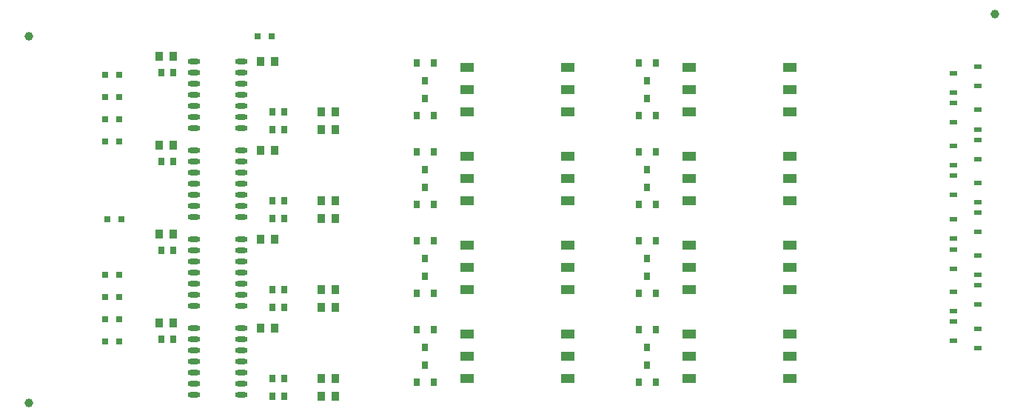
<source format=gtp>
G04*
G04 #@! TF.GenerationSoftware,Altium Limited,Altium Designer,20.2.6 (244)*
G04*
G04 Layer_Color=8421504*
%FSLAX25Y25*%
%MOIN*%
G70*
G04*
G04 #@! TF.SameCoordinates,92151F8D-A914-4CFD-8B26-E94C02A97E6A*
G04*
G04*
G04 #@! TF.FilePolarity,Positive*
G04*
G01*
G75*
%ADD16R,0.06299X0.03937*%
%ADD17R,0.03150X0.03543*%
%ADD18R,0.03268X0.02461*%
%ADD19R,0.03150X0.03150*%
%ADD20C,0.03937*%
%ADD21O,0.05709X0.02362*%
%ADD22R,0.03150X0.03740*%
%ADD23R,0.03543X0.03937*%
D16*
X350276Y156000D02*
D03*
Y146000D02*
D03*
Y136000D02*
D03*
X305000D02*
D03*
Y146000D02*
D03*
Y156000D02*
D03*
Y196000D02*
D03*
Y186000D02*
D03*
Y176000D02*
D03*
X350276D02*
D03*
Y186000D02*
D03*
Y196000D02*
D03*
Y236000D02*
D03*
Y226000D02*
D03*
Y216000D02*
D03*
X305000D02*
D03*
Y226000D02*
D03*
Y236000D02*
D03*
Y276000D02*
D03*
Y266000D02*
D03*
Y256000D02*
D03*
X350276D02*
D03*
Y266000D02*
D03*
Y276000D02*
D03*
X450276Y156000D02*
D03*
Y146000D02*
D03*
Y136000D02*
D03*
X405000D02*
D03*
Y146000D02*
D03*
Y156000D02*
D03*
X404862Y196000D02*
D03*
Y186000D02*
D03*
Y176000D02*
D03*
X450138D02*
D03*
Y186000D02*
D03*
Y196000D02*
D03*
X450276Y236000D02*
D03*
Y226000D02*
D03*
Y216000D02*
D03*
X405000D02*
D03*
Y226000D02*
D03*
Y236000D02*
D03*
Y276000D02*
D03*
Y266000D02*
D03*
Y256000D02*
D03*
X450276D02*
D03*
Y266000D02*
D03*
Y276000D02*
D03*
D17*
X289740Y157874D02*
D03*
X282260D02*
D03*
X286000Y150000D02*
D03*
Y190000D02*
D03*
X282260Y197874D02*
D03*
X289740D02*
D03*
Y237874D02*
D03*
X282260D02*
D03*
X286000Y230000D02*
D03*
Y270000D02*
D03*
X282260Y277874D02*
D03*
X289740D02*
D03*
X282260Y134126D02*
D03*
X289740D02*
D03*
X286000Y142000D02*
D03*
Y182000D02*
D03*
X289740Y174126D02*
D03*
X282260D02*
D03*
Y214126D02*
D03*
X289740D02*
D03*
X286000Y222000D02*
D03*
Y262000D02*
D03*
X289740Y254126D02*
D03*
X282260D02*
D03*
X389740Y157874D02*
D03*
X382260D02*
D03*
X386000Y150000D02*
D03*
Y190000D02*
D03*
X382260Y197874D02*
D03*
X389740D02*
D03*
Y237874D02*
D03*
X382260D02*
D03*
X386000Y230000D02*
D03*
Y270000D02*
D03*
X382260Y277874D02*
D03*
X389740D02*
D03*
X382260Y134126D02*
D03*
X389740D02*
D03*
X386000Y142000D02*
D03*
Y182000D02*
D03*
X389740Y174126D02*
D03*
X382260D02*
D03*
Y214126D02*
D03*
X389740D02*
D03*
X386000Y222000D02*
D03*
Y262000D02*
D03*
X389740Y254126D02*
D03*
X382260D02*
D03*
D18*
X535000Y149620D02*
D03*
Y158380D02*
D03*
X523800Y161500D02*
D03*
Y152740D02*
D03*
Y166240D02*
D03*
Y175000D02*
D03*
X535000Y177880D02*
D03*
Y169120D02*
D03*
Y182620D02*
D03*
Y191380D02*
D03*
X523800Y194000D02*
D03*
Y185240D02*
D03*
Y198740D02*
D03*
Y207500D02*
D03*
X535000Y210500D02*
D03*
Y201740D02*
D03*
Y234600D02*
D03*
Y243360D02*
D03*
X523800Y240500D02*
D03*
Y231740D02*
D03*
X535000Y224000D02*
D03*
Y215240D02*
D03*
X523800Y227160D02*
D03*
Y218400D02*
D03*
X535000Y256800D02*
D03*
Y248040D02*
D03*
X534900Y267500D02*
D03*
Y276260D02*
D03*
X523800Y251100D02*
D03*
Y259860D02*
D03*
Y264540D02*
D03*
Y273300D02*
D03*
D19*
X142850Y207500D02*
D03*
X149150D02*
D03*
X141850Y152500D02*
D03*
X148150D02*
D03*
Y162500D02*
D03*
X141850D02*
D03*
Y182500D02*
D03*
X148150D02*
D03*
Y172500D02*
D03*
X141850D02*
D03*
Y242500D02*
D03*
X148150D02*
D03*
Y252500D02*
D03*
X141850D02*
D03*
Y262500D02*
D03*
X148150D02*
D03*
Y272500D02*
D03*
X141850D02*
D03*
X210650Y290000D02*
D03*
X216950D02*
D03*
D20*
X107500Y125000D02*
D03*
X542500Y300000D02*
D03*
X107500Y290000D02*
D03*
D21*
X203228Y128500D02*
D03*
Y133500D02*
D03*
Y138500D02*
D03*
Y143500D02*
D03*
Y148500D02*
D03*
Y153500D02*
D03*
Y158500D02*
D03*
X181772Y128500D02*
D03*
Y133500D02*
D03*
Y138500D02*
D03*
Y143500D02*
D03*
Y148500D02*
D03*
Y153500D02*
D03*
Y158500D02*
D03*
Y198500D02*
D03*
Y193500D02*
D03*
Y188500D02*
D03*
Y183500D02*
D03*
Y178500D02*
D03*
Y173500D02*
D03*
Y168500D02*
D03*
X203228Y198500D02*
D03*
Y193500D02*
D03*
Y188500D02*
D03*
Y183500D02*
D03*
Y178500D02*
D03*
Y173500D02*
D03*
Y168500D02*
D03*
Y208500D02*
D03*
Y213500D02*
D03*
Y218500D02*
D03*
Y223500D02*
D03*
Y228500D02*
D03*
Y233500D02*
D03*
Y238500D02*
D03*
X181772Y208500D02*
D03*
Y213500D02*
D03*
Y218500D02*
D03*
Y223500D02*
D03*
Y228500D02*
D03*
Y233500D02*
D03*
Y238500D02*
D03*
Y278500D02*
D03*
Y273500D02*
D03*
Y268500D02*
D03*
Y263500D02*
D03*
Y258500D02*
D03*
Y253500D02*
D03*
Y248500D02*
D03*
X203228Y278500D02*
D03*
Y273500D02*
D03*
Y268500D02*
D03*
Y263500D02*
D03*
Y258500D02*
D03*
Y253500D02*
D03*
Y248500D02*
D03*
D22*
X222657Y136000D02*
D03*
X217342D02*
D03*
Y176000D02*
D03*
X222657D02*
D03*
Y216000D02*
D03*
X217342D02*
D03*
Y256000D02*
D03*
X222657D02*
D03*
Y128000D02*
D03*
X217342D02*
D03*
Y168000D02*
D03*
X222657D02*
D03*
Y208000D02*
D03*
X217342D02*
D03*
Y248000D02*
D03*
X222657D02*
D03*
X172500Y153500D02*
D03*
X167185D02*
D03*
Y193500D02*
D03*
X172500D02*
D03*
Y233500D02*
D03*
X167185D02*
D03*
Y273500D02*
D03*
X172500D02*
D03*
D23*
X245650Y136000D02*
D03*
X239350D02*
D03*
Y176000D02*
D03*
X245650D02*
D03*
Y216000D02*
D03*
X239350D02*
D03*
Y256000D02*
D03*
X245650D02*
D03*
Y128000D02*
D03*
X239350D02*
D03*
Y168000D02*
D03*
X245650D02*
D03*
Y208000D02*
D03*
X239350D02*
D03*
Y248000D02*
D03*
X245650D02*
D03*
X172500Y161000D02*
D03*
X166201D02*
D03*
Y201000D02*
D03*
X172500D02*
D03*
Y241000D02*
D03*
X166201D02*
D03*
Y281000D02*
D03*
X172500D02*
D03*
X211850Y158500D02*
D03*
X218150D02*
D03*
Y198500D02*
D03*
X211850D02*
D03*
Y238500D02*
D03*
X218150D02*
D03*
Y278500D02*
D03*
X211850D02*
D03*
M02*

</source>
